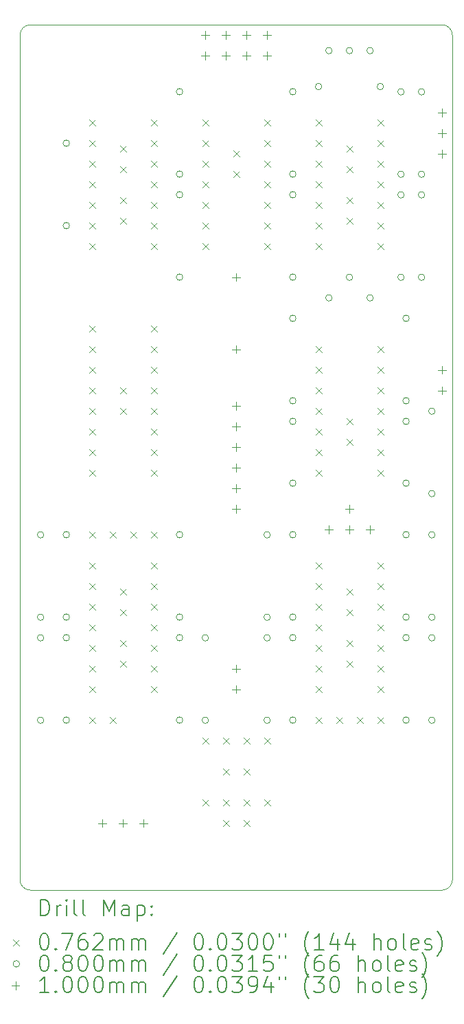
<source format=gbr>
%FSLAX45Y45*%
G04 Gerber Fmt 4.5, Leading zero omitted, Abs format (unit mm)*
G04 Created by KiCad (PCBNEW (6.0.0)) date 2022-08-08 23:08:56*
%MOMM*%
%LPD*%
G01*
G04 APERTURE LIST*
%TA.AperFunction,Profile*%
%ADD10C,0.100000*%
%TD*%
%ADD11C,0.200000*%
%ADD12C,0.076200*%
%ADD13C,0.080000*%
%ADD14C,0.100000*%
G04 APERTURE END LIST*
D10*
X127000Y0D02*
G75*
G03*
X0Y-127000I0J-127000D01*
G01*
X0Y-10541000D02*
G75*
G03*
X127000Y-10668000I127000J0D01*
G01*
X0Y-127000D02*
X0Y-10541000D01*
X5207000Y0D02*
X127000Y0D01*
X5334000Y-10541000D02*
X5334000Y-127000D01*
X127000Y-10668000D02*
X5207000Y-10668000D01*
X5207000Y-10668000D02*
G75*
G03*
X5334000Y-10541000I0J127000D01*
G01*
X5334000Y-127000D02*
G75*
G03*
X5207000Y0I-127000J0D01*
G01*
D11*
D12*
X850900Y-1168400D02*
X927100Y-1244600D01*
X927100Y-1168400D02*
X850900Y-1244600D01*
X850900Y-1422400D02*
X927100Y-1498600D01*
X927100Y-1422400D02*
X850900Y-1498600D01*
X850900Y-1676400D02*
X927100Y-1752600D01*
X927100Y-1676400D02*
X850900Y-1752600D01*
X850900Y-1930400D02*
X927100Y-2006600D01*
X927100Y-1930400D02*
X850900Y-2006600D01*
X850900Y-2184400D02*
X927100Y-2260600D01*
X927100Y-2184400D02*
X850900Y-2260600D01*
X850900Y-2438400D02*
X927100Y-2514600D01*
X927100Y-2438400D02*
X850900Y-2514600D01*
X850900Y-2692400D02*
X927100Y-2768600D01*
X927100Y-2692400D02*
X850900Y-2768600D01*
X850900Y-3708400D02*
X927100Y-3784600D01*
X927100Y-3708400D02*
X850900Y-3784600D01*
X850900Y-3962400D02*
X927100Y-4038600D01*
X927100Y-3962400D02*
X850900Y-4038600D01*
X850900Y-4216400D02*
X927100Y-4292600D01*
X927100Y-4216400D02*
X850900Y-4292600D01*
X850900Y-4470400D02*
X927100Y-4546600D01*
X927100Y-4470400D02*
X850900Y-4546600D01*
X850900Y-4724400D02*
X927100Y-4800600D01*
X927100Y-4724400D02*
X850900Y-4800600D01*
X850900Y-4978400D02*
X927100Y-5054600D01*
X927100Y-4978400D02*
X850900Y-5054600D01*
X850900Y-5232400D02*
X927100Y-5308600D01*
X927100Y-5232400D02*
X850900Y-5308600D01*
X850900Y-5486400D02*
X927100Y-5562600D01*
X927100Y-5486400D02*
X850900Y-5562600D01*
X850900Y-6248400D02*
X927100Y-6324600D01*
X927100Y-6248400D02*
X850900Y-6324600D01*
X850900Y-6629400D02*
X927100Y-6705600D01*
X927100Y-6629400D02*
X850900Y-6705600D01*
X850900Y-6883400D02*
X927100Y-6959600D01*
X927100Y-6883400D02*
X850900Y-6959600D01*
X850900Y-7137400D02*
X927100Y-7213600D01*
X927100Y-7137400D02*
X850900Y-7213600D01*
X850900Y-7391400D02*
X927100Y-7467600D01*
X927100Y-7391400D02*
X850900Y-7467600D01*
X850900Y-7645400D02*
X927100Y-7721600D01*
X927100Y-7645400D02*
X850900Y-7721600D01*
X850900Y-7899400D02*
X927100Y-7975600D01*
X927100Y-7899400D02*
X850900Y-7975600D01*
X850900Y-8153400D02*
X927100Y-8229600D01*
X927100Y-8153400D02*
X850900Y-8229600D01*
X850900Y-8534400D02*
X927100Y-8610600D01*
X927100Y-8534400D02*
X850900Y-8610600D01*
X1104900Y-6248400D02*
X1181100Y-6324600D01*
X1181100Y-6248400D02*
X1104900Y-6324600D01*
X1104900Y-8534400D02*
X1181100Y-8610600D01*
X1181100Y-8534400D02*
X1104900Y-8610600D01*
X1231900Y-1485900D02*
X1308100Y-1562100D01*
X1308100Y-1485900D02*
X1231900Y-1562100D01*
X1231900Y-1739900D02*
X1308100Y-1816100D01*
X1308100Y-1739900D02*
X1231900Y-1816100D01*
X1231900Y-2120900D02*
X1308100Y-2197100D01*
X1308100Y-2120900D02*
X1231900Y-2197100D01*
X1231900Y-2374900D02*
X1308100Y-2451100D01*
X1308100Y-2374900D02*
X1231900Y-2451100D01*
X1231900Y-4470400D02*
X1308100Y-4546600D01*
X1308100Y-4470400D02*
X1231900Y-4546600D01*
X1231900Y-4724400D02*
X1308100Y-4800600D01*
X1308100Y-4724400D02*
X1231900Y-4800600D01*
X1231900Y-6946900D02*
X1308100Y-7023100D01*
X1308100Y-6946900D02*
X1231900Y-7023100D01*
X1231900Y-7200900D02*
X1308100Y-7277100D01*
X1308100Y-7200900D02*
X1231900Y-7277100D01*
X1231900Y-7581900D02*
X1308100Y-7658100D01*
X1308100Y-7581900D02*
X1231900Y-7658100D01*
X1231900Y-7835900D02*
X1308100Y-7912100D01*
X1308100Y-7835900D02*
X1231900Y-7912100D01*
X1358900Y-6248400D02*
X1435100Y-6324600D01*
X1435100Y-6248400D02*
X1358900Y-6324600D01*
X1612900Y-1168400D02*
X1689100Y-1244600D01*
X1689100Y-1168400D02*
X1612900Y-1244600D01*
X1612900Y-1422400D02*
X1689100Y-1498600D01*
X1689100Y-1422400D02*
X1612900Y-1498600D01*
X1612900Y-1676400D02*
X1689100Y-1752600D01*
X1689100Y-1676400D02*
X1612900Y-1752600D01*
X1612900Y-1930400D02*
X1689100Y-2006600D01*
X1689100Y-1930400D02*
X1612900Y-2006600D01*
X1612900Y-2184400D02*
X1689100Y-2260600D01*
X1689100Y-2184400D02*
X1612900Y-2260600D01*
X1612900Y-2438400D02*
X1689100Y-2514600D01*
X1689100Y-2438400D02*
X1612900Y-2514600D01*
X1612900Y-2692400D02*
X1689100Y-2768600D01*
X1689100Y-2692400D02*
X1612900Y-2768600D01*
X1612900Y-3708400D02*
X1689100Y-3784600D01*
X1689100Y-3708400D02*
X1612900Y-3784600D01*
X1612900Y-3962400D02*
X1689100Y-4038600D01*
X1689100Y-3962400D02*
X1612900Y-4038600D01*
X1612900Y-4216400D02*
X1689100Y-4292600D01*
X1689100Y-4216400D02*
X1612900Y-4292600D01*
X1612900Y-4470400D02*
X1689100Y-4546600D01*
X1689100Y-4470400D02*
X1612900Y-4546600D01*
X1612900Y-4724400D02*
X1689100Y-4800600D01*
X1689100Y-4724400D02*
X1612900Y-4800600D01*
X1612900Y-4978400D02*
X1689100Y-5054600D01*
X1689100Y-4978400D02*
X1612900Y-5054600D01*
X1612900Y-5232400D02*
X1689100Y-5308600D01*
X1689100Y-5232400D02*
X1612900Y-5308600D01*
X1612900Y-5486400D02*
X1689100Y-5562600D01*
X1689100Y-5486400D02*
X1612900Y-5562600D01*
X1612900Y-6248400D02*
X1689100Y-6324600D01*
X1689100Y-6248400D02*
X1612900Y-6324600D01*
X1612900Y-6629400D02*
X1689100Y-6705600D01*
X1689100Y-6629400D02*
X1612900Y-6705600D01*
X1612900Y-6883400D02*
X1689100Y-6959600D01*
X1689100Y-6883400D02*
X1612900Y-6959600D01*
X1612900Y-7137400D02*
X1689100Y-7213600D01*
X1689100Y-7137400D02*
X1612900Y-7213600D01*
X1612900Y-7391400D02*
X1689100Y-7467600D01*
X1689100Y-7391400D02*
X1612900Y-7467600D01*
X1612900Y-7645400D02*
X1689100Y-7721600D01*
X1689100Y-7645400D02*
X1612900Y-7721600D01*
X1612900Y-7899400D02*
X1689100Y-7975600D01*
X1689100Y-7899400D02*
X1612900Y-7975600D01*
X1612900Y-8153400D02*
X1689100Y-8229600D01*
X1689100Y-8153400D02*
X1612900Y-8229600D01*
X2247900Y-1168400D02*
X2324100Y-1244600D01*
X2324100Y-1168400D02*
X2247900Y-1244600D01*
X2247900Y-1422400D02*
X2324100Y-1498600D01*
X2324100Y-1422400D02*
X2247900Y-1498600D01*
X2247900Y-1676400D02*
X2324100Y-1752600D01*
X2324100Y-1676400D02*
X2247900Y-1752600D01*
X2247900Y-1930400D02*
X2324100Y-2006600D01*
X2324100Y-1930400D02*
X2247900Y-2006600D01*
X2247900Y-2184400D02*
X2324100Y-2260600D01*
X2324100Y-2184400D02*
X2247900Y-2260600D01*
X2247900Y-2438400D02*
X2324100Y-2514600D01*
X2324100Y-2438400D02*
X2247900Y-2514600D01*
X2247900Y-2692400D02*
X2324100Y-2768600D01*
X2324100Y-2692400D02*
X2247900Y-2768600D01*
X2247900Y-8788400D02*
X2324100Y-8864600D01*
X2324100Y-8788400D02*
X2247900Y-8864600D01*
X2247900Y-9550400D02*
X2324100Y-9626600D01*
X2324100Y-9550400D02*
X2247900Y-9626600D01*
X2501900Y-8788400D02*
X2578100Y-8864600D01*
X2578100Y-8788400D02*
X2501900Y-8864600D01*
X2501900Y-9169400D02*
X2578100Y-9245600D01*
X2578100Y-9169400D02*
X2501900Y-9245600D01*
X2501900Y-9550400D02*
X2578100Y-9626600D01*
X2578100Y-9550400D02*
X2501900Y-9626600D01*
X2501900Y-9804400D02*
X2578100Y-9880600D01*
X2578100Y-9804400D02*
X2501900Y-9880600D01*
X2628900Y-1549400D02*
X2705100Y-1625600D01*
X2705100Y-1549400D02*
X2628900Y-1625600D01*
X2628900Y-1803400D02*
X2705100Y-1879600D01*
X2705100Y-1803400D02*
X2628900Y-1879600D01*
X2755900Y-8788400D02*
X2832100Y-8864600D01*
X2832100Y-8788400D02*
X2755900Y-8864600D01*
X2755900Y-9169400D02*
X2832100Y-9245600D01*
X2832100Y-9169400D02*
X2755900Y-9245600D01*
X2755900Y-9550400D02*
X2832100Y-9626600D01*
X2832100Y-9550400D02*
X2755900Y-9626600D01*
X2755900Y-9804400D02*
X2832100Y-9880600D01*
X2832100Y-9804400D02*
X2755900Y-9880600D01*
X3009900Y-1168400D02*
X3086100Y-1244600D01*
X3086100Y-1168400D02*
X3009900Y-1244600D01*
X3009900Y-1422400D02*
X3086100Y-1498600D01*
X3086100Y-1422400D02*
X3009900Y-1498600D01*
X3009900Y-1676400D02*
X3086100Y-1752600D01*
X3086100Y-1676400D02*
X3009900Y-1752600D01*
X3009900Y-1930400D02*
X3086100Y-2006600D01*
X3086100Y-1930400D02*
X3009900Y-2006600D01*
X3009900Y-2184400D02*
X3086100Y-2260600D01*
X3086100Y-2184400D02*
X3009900Y-2260600D01*
X3009900Y-2438400D02*
X3086100Y-2514600D01*
X3086100Y-2438400D02*
X3009900Y-2514600D01*
X3009900Y-2692400D02*
X3086100Y-2768600D01*
X3086100Y-2692400D02*
X3009900Y-2768600D01*
X3009900Y-8788400D02*
X3086100Y-8864600D01*
X3086100Y-8788400D02*
X3009900Y-8864600D01*
X3009900Y-9550400D02*
X3086100Y-9626600D01*
X3086100Y-9550400D02*
X3009900Y-9626600D01*
X3644900Y-1168400D02*
X3721100Y-1244600D01*
X3721100Y-1168400D02*
X3644900Y-1244600D01*
X3644900Y-1422400D02*
X3721100Y-1498600D01*
X3721100Y-1422400D02*
X3644900Y-1498600D01*
X3644900Y-1676400D02*
X3721100Y-1752600D01*
X3721100Y-1676400D02*
X3644900Y-1752600D01*
X3644900Y-1930400D02*
X3721100Y-2006600D01*
X3721100Y-1930400D02*
X3644900Y-2006600D01*
X3644900Y-2184400D02*
X3721100Y-2260600D01*
X3721100Y-2184400D02*
X3644900Y-2260600D01*
X3644900Y-2438400D02*
X3721100Y-2514600D01*
X3721100Y-2438400D02*
X3644900Y-2514600D01*
X3644900Y-2692400D02*
X3721100Y-2768600D01*
X3721100Y-2692400D02*
X3644900Y-2768600D01*
X3644900Y-3962400D02*
X3721100Y-4038600D01*
X3721100Y-3962400D02*
X3644900Y-4038600D01*
X3644900Y-4216400D02*
X3721100Y-4292600D01*
X3721100Y-4216400D02*
X3644900Y-4292600D01*
X3644900Y-4470400D02*
X3721100Y-4546600D01*
X3721100Y-4470400D02*
X3644900Y-4546600D01*
X3644900Y-4724400D02*
X3721100Y-4800600D01*
X3721100Y-4724400D02*
X3644900Y-4800600D01*
X3644900Y-4978400D02*
X3721100Y-5054600D01*
X3721100Y-4978400D02*
X3644900Y-5054600D01*
X3644900Y-5232400D02*
X3721100Y-5308600D01*
X3721100Y-5232400D02*
X3644900Y-5308600D01*
X3644900Y-5486400D02*
X3721100Y-5562600D01*
X3721100Y-5486400D02*
X3644900Y-5562600D01*
X3644900Y-6629400D02*
X3721100Y-6705600D01*
X3721100Y-6629400D02*
X3644900Y-6705600D01*
X3644900Y-6883400D02*
X3721100Y-6959600D01*
X3721100Y-6883400D02*
X3644900Y-6959600D01*
X3644900Y-7137400D02*
X3721100Y-7213600D01*
X3721100Y-7137400D02*
X3644900Y-7213600D01*
X3644900Y-7391400D02*
X3721100Y-7467600D01*
X3721100Y-7391400D02*
X3644900Y-7467600D01*
X3644900Y-7645400D02*
X3721100Y-7721600D01*
X3721100Y-7645400D02*
X3644900Y-7721600D01*
X3644900Y-7899400D02*
X3721100Y-7975600D01*
X3721100Y-7899400D02*
X3644900Y-7975600D01*
X3644900Y-8153400D02*
X3721100Y-8229600D01*
X3721100Y-8153400D02*
X3644900Y-8229600D01*
X3644900Y-8534400D02*
X3721100Y-8610600D01*
X3721100Y-8534400D02*
X3644900Y-8610600D01*
X3898900Y-8534400D02*
X3975100Y-8610600D01*
X3975100Y-8534400D02*
X3898900Y-8610600D01*
X4025900Y-1485900D02*
X4102100Y-1562100D01*
X4102100Y-1485900D02*
X4025900Y-1562100D01*
X4025900Y-1739900D02*
X4102100Y-1816100D01*
X4102100Y-1739900D02*
X4025900Y-1816100D01*
X4025900Y-2120900D02*
X4102100Y-2197100D01*
X4102100Y-2120900D02*
X4025900Y-2197100D01*
X4025900Y-2374900D02*
X4102100Y-2451100D01*
X4102100Y-2374900D02*
X4025900Y-2451100D01*
X4025900Y-4851400D02*
X4102100Y-4927600D01*
X4102100Y-4851400D02*
X4025900Y-4927600D01*
X4025900Y-5105400D02*
X4102100Y-5181600D01*
X4102100Y-5105400D02*
X4025900Y-5181600D01*
X4025900Y-6946900D02*
X4102100Y-7023100D01*
X4102100Y-6946900D02*
X4025900Y-7023100D01*
X4025900Y-7200900D02*
X4102100Y-7277100D01*
X4102100Y-7200900D02*
X4025900Y-7277100D01*
X4025900Y-7581900D02*
X4102100Y-7658100D01*
X4102100Y-7581900D02*
X4025900Y-7658100D01*
X4025900Y-7835900D02*
X4102100Y-7912100D01*
X4102100Y-7835900D02*
X4025900Y-7912100D01*
X4152900Y-8534400D02*
X4229100Y-8610600D01*
X4229100Y-8534400D02*
X4152900Y-8610600D01*
X4406900Y-1168400D02*
X4483100Y-1244600D01*
X4483100Y-1168400D02*
X4406900Y-1244600D01*
X4406900Y-1422400D02*
X4483100Y-1498600D01*
X4483100Y-1422400D02*
X4406900Y-1498600D01*
X4406900Y-1676400D02*
X4483100Y-1752600D01*
X4483100Y-1676400D02*
X4406900Y-1752600D01*
X4406900Y-1930400D02*
X4483100Y-2006600D01*
X4483100Y-1930400D02*
X4406900Y-2006600D01*
X4406900Y-2184400D02*
X4483100Y-2260600D01*
X4483100Y-2184400D02*
X4406900Y-2260600D01*
X4406900Y-2438400D02*
X4483100Y-2514600D01*
X4483100Y-2438400D02*
X4406900Y-2514600D01*
X4406900Y-2692400D02*
X4483100Y-2768600D01*
X4483100Y-2692400D02*
X4406900Y-2768600D01*
X4406900Y-3962400D02*
X4483100Y-4038600D01*
X4483100Y-3962400D02*
X4406900Y-4038600D01*
X4406900Y-4216400D02*
X4483100Y-4292600D01*
X4483100Y-4216400D02*
X4406900Y-4292600D01*
X4406900Y-4470400D02*
X4483100Y-4546600D01*
X4483100Y-4470400D02*
X4406900Y-4546600D01*
X4406900Y-4724400D02*
X4483100Y-4800600D01*
X4483100Y-4724400D02*
X4406900Y-4800600D01*
X4406900Y-4978400D02*
X4483100Y-5054600D01*
X4483100Y-4978400D02*
X4406900Y-5054600D01*
X4406900Y-5232400D02*
X4483100Y-5308600D01*
X4483100Y-5232400D02*
X4406900Y-5308600D01*
X4406900Y-5486400D02*
X4483100Y-5562600D01*
X4483100Y-5486400D02*
X4406900Y-5562600D01*
X4406900Y-6629400D02*
X4483100Y-6705600D01*
X4483100Y-6629400D02*
X4406900Y-6705600D01*
X4406900Y-6883400D02*
X4483100Y-6959600D01*
X4483100Y-6883400D02*
X4406900Y-6959600D01*
X4406900Y-7137400D02*
X4483100Y-7213600D01*
X4483100Y-7137400D02*
X4406900Y-7213600D01*
X4406900Y-7391400D02*
X4483100Y-7467600D01*
X4483100Y-7391400D02*
X4406900Y-7467600D01*
X4406900Y-7645400D02*
X4483100Y-7721600D01*
X4483100Y-7645400D02*
X4406900Y-7721600D01*
X4406900Y-7899400D02*
X4483100Y-7975600D01*
X4483100Y-7899400D02*
X4406900Y-7975600D01*
X4406900Y-8153400D02*
X4483100Y-8229600D01*
X4483100Y-8153400D02*
X4406900Y-8229600D01*
X4406900Y-8534400D02*
X4483100Y-8610600D01*
X4483100Y-8534400D02*
X4406900Y-8610600D01*
D13*
X294000Y-6286500D02*
G75*
G03*
X294000Y-6286500I-40000J0D01*
G01*
X294000Y-7302500D02*
G75*
G03*
X294000Y-7302500I-40000J0D01*
G01*
X294000Y-7556500D02*
G75*
G03*
X294000Y-7556500I-40000J0D01*
G01*
X294000Y-8572500D02*
G75*
G03*
X294000Y-8572500I-40000J0D01*
G01*
X611500Y-1460500D02*
G75*
G03*
X611500Y-1460500I-40000J0D01*
G01*
X611500Y-2476500D02*
G75*
G03*
X611500Y-2476500I-40000J0D01*
G01*
X611500Y-6286500D02*
G75*
G03*
X611500Y-6286500I-40000J0D01*
G01*
X611500Y-7302500D02*
G75*
G03*
X611500Y-7302500I-40000J0D01*
G01*
X611500Y-7556500D02*
G75*
G03*
X611500Y-7556500I-40000J0D01*
G01*
X611500Y-8572500D02*
G75*
G03*
X611500Y-8572500I-40000J0D01*
G01*
X2008500Y-825500D02*
G75*
G03*
X2008500Y-825500I-40000J0D01*
G01*
X2008500Y-1841500D02*
G75*
G03*
X2008500Y-1841500I-40000J0D01*
G01*
X2008500Y-2095500D02*
G75*
G03*
X2008500Y-2095500I-40000J0D01*
G01*
X2008500Y-3111500D02*
G75*
G03*
X2008500Y-3111500I-40000J0D01*
G01*
X2008500Y-6286500D02*
G75*
G03*
X2008500Y-6286500I-40000J0D01*
G01*
X2008500Y-7302500D02*
G75*
G03*
X2008500Y-7302500I-40000J0D01*
G01*
X2008500Y-7556500D02*
G75*
G03*
X2008500Y-7556500I-40000J0D01*
G01*
X2008500Y-8572500D02*
G75*
G03*
X2008500Y-8572500I-40000J0D01*
G01*
X2326000Y-7556500D02*
G75*
G03*
X2326000Y-7556500I-40000J0D01*
G01*
X2326000Y-8572500D02*
G75*
G03*
X2326000Y-8572500I-40000J0D01*
G01*
X3088000Y-6286500D02*
G75*
G03*
X3088000Y-6286500I-40000J0D01*
G01*
X3088000Y-7302500D02*
G75*
G03*
X3088000Y-7302500I-40000J0D01*
G01*
X3088000Y-7556500D02*
G75*
G03*
X3088000Y-7556500I-40000J0D01*
G01*
X3088000Y-8572500D02*
G75*
G03*
X3088000Y-8572500I-40000J0D01*
G01*
X3405500Y-825500D02*
G75*
G03*
X3405500Y-825500I-40000J0D01*
G01*
X3405500Y-1841500D02*
G75*
G03*
X3405500Y-1841500I-40000J0D01*
G01*
X3405500Y-2095500D02*
G75*
G03*
X3405500Y-2095500I-40000J0D01*
G01*
X3405500Y-3111500D02*
G75*
G03*
X3405500Y-3111500I-40000J0D01*
G01*
X3405500Y-3619500D02*
G75*
G03*
X3405500Y-3619500I-40000J0D01*
G01*
X3405500Y-4635500D02*
G75*
G03*
X3405500Y-4635500I-40000J0D01*
G01*
X3405500Y-4889500D02*
G75*
G03*
X3405500Y-4889500I-40000J0D01*
G01*
X3405500Y-5651500D02*
G75*
G03*
X3405500Y-5651500I-40000J0D01*
G01*
X3405500Y-6286500D02*
G75*
G03*
X3405500Y-6286500I-40000J0D01*
G01*
X3405500Y-7302500D02*
G75*
G03*
X3405500Y-7302500I-40000J0D01*
G01*
X3405500Y-7556500D02*
G75*
G03*
X3405500Y-7556500I-40000J0D01*
G01*
X3405500Y-8572500D02*
G75*
G03*
X3405500Y-8572500I-40000J0D01*
G01*
X3723000Y-762000D02*
G75*
G03*
X3723000Y-762000I-40000J0D01*
G01*
X3850000Y-317500D02*
G75*
G03*
X3850000Y-317500I-40000J0D01*
G01*
X3850000Y-3365500D02*
G75*
G03*
X3850000Y-3365500I-40000J0D01*
G01*
X4104000Y-317500D02*
G75*
G03*
X4104000Y-317500I-40000J0D01*
G01*
X4104000Y-3111500D02*
G75*
G03*
X4104000Y-3111500I-40000J0D01*
G01*
X4358000Y-317500D02*
G75*
G03*
X4358000Y-317500I-40000J0D01*
G01*
X4358000Y-3365500D02*
G75*
G03*
X4358000Y-3365500I-40000J0D01*
G01*
X4485000Y-762000D02*
G75*
G03*
X4485000Y-762000I-40000J0D01*
G01*
X4739000Y-825500D02*
G75*
G03*
X4739000Y-825500I-40000J0D01*
G01*
X4739000Y-1841500D02*
G75*
G03*
X4739000Y-1841500I-40000J0D01*
G01*
X4739000Y-2095500D02*
G75*
G03*
X4739000Y-2095500I-40000J0D01*
G01*
X4739000Y-3111500D02*
G75*
G03*
X4739000Y-3111500I-40000J0D01*
G01*
X4802500Y-3619500D02*
G75*
G03*
X4802500Y-3619500I-40000J0D01*
G01*
X4802500Y-4635500D02*
G75*
G03*
X4802500Y-4635500I-40000J0D01*
G01*
X4802500Y-4889500D02*
G75*
G03*
X4802500Y-4889500I-40000J0D01*
G01*
X4802500Y-5651500D02*
G75*
G03*
X4802500Y-5651500I-40000J0D01*
G01*
X4802500Y-6286500D02*
G75*
G03*
X4802500Y-6286500I-40000J0D01*
G01*
X4802500Y-7302500D02*
G75*
G03*
X4802500Y-7302500I-40000J0D01*
G01*
X4802500Y-7556500D02*
G75*
G03*
X4802500Y-7556500I-40000J0D01*
G01*
X4802500Y-8572500D02*
G75*
G03*
X4802500Y-8572500I-40000J0D01*
G01*
X4993000Y-825500D02*
G75*
G03*
X4993000Y-825500I-40000J0D01*
G01*
X4993000Y-1841500D02*
G75*
G03*
X4993000Y-1841500I-40000J0D01*
G01*
X4993000Y-2095500D02*
G75*
G03*
X4993000Y-2095500I-40000J0D01*
G01*
X4993000Y-3111500D02*
G75*
G03*
X4993000Y-3111500I-40000J0D01*
G01*
X5120000Y-4762500D02*
G75*
G03*
X5120000Y-4762500I-40000J0D01*
G01*
X5120000Y-5778500D02*
G75*
G03*
X5120000Y-5778500I-40000J0D01*
G01*
X5120000Y-6286500D02*
G75*
G03*
X5120000Y-6286500I-40000J0D01*
G01*
X5120000Y-7302500D02*
G75*
G03*
X5120000Y-7302500I-40000J0D01*
G01*
X5120000Y-7556500D02*
G75*
G03*
X5120000Y-7556500I-40000J0D01*
G01*
X5120000Y-8572500D02*
G75*
G03*
X5120000Y-8572500I-40000J0D01*
G01*
D14*
X1016000Y-9792500D02*
X1016000Y-9892500D01*
X966000Y-9842500D02*
X1066000Y-9842500D01*
X1270000Y-9792500D02*
X1270000Y-9892500D01*
X1220000Y-9842500D02*
X1320000Y-9842500D01*
X1524000Y-9792500D02*
X1524000Y-9892500D01*
X1474000Y-9842500D02*
X1574000Y-9842500D01*
X2286000Y-77000D02*
X2286000Y-177000D01*
X2236000Y-127000D02*
X2336000Y-127000D01*
X2286000Y-331000D02*
X2286000Y-431000D01*
X2236000Y-381000D02*
X2336000Y-381000D01*
X2540000Y-77000D02*
X2540000Y-177000D01*
X2490000Y-127000D02*
X2590000Y-127000D01*
X2540000Y-331000D02*
X2540000Y-431000D01*
X2490000Y-381000D02*
X2590000Y-381000D01*
X2667000Y-3061500D02*
X2667000Y-3161500D01*
X2617000Y-3111500D02*
X2717000Y-3111500D01*
X2667000Y-3950500D02*
X2667000Y-4050500D01*
X2617000Y-4000500D02*
X2717000Y-4000500D01*
X2667000Y-4649000D02*
X2667000Y-4749000D01*
X2617000Y-4699000D02*
X2717000Y-4699000D01*
X2667000Y-4903000D02*
X2667000Y-5003000D01*
X2617000Y-4953000D02*
X2717000Y-4953000D01*
X2667000Y-5157000D02*
X2667000Y-5257000D01*
X2617000Y-5207000D02*
X2717000Y-5207000D01*
X2667000Y-5411000D02*
X2667000Y-5511000D01*
X2617000Y-5461000D02*
X2717000Y-5461000D01*
X2667000Y-5665000D02*
X2667000Y-5765000D01*
X2617000Y-5715000D02*
X2717000Y-5715000D01*
X2667000Y-5919000D02*
X2667000Y-6019000D01*
X2617000Y-5969000D02*
X2717000Y-5969000D01*
X2667000Y-7887500D02*
X2667000Y-7987500D01*
X2617000Y-7937500D02*
X2717000Y-7937500D01*
X2667000Y-8141500D02*
X2667000Y-8241500D01*
X2617000Y-8191500D02*
X2717000Y-8191500D01*
X2794000Y-77000D02*
X2794000Y-177000D01*
X2744000Y-127000D02*
X2844000Y-127000D01*
X2794000Y-331000D02*
X2794000Y-431000D01*
X2744000Y-381000D02*
X2844000Y-381000D01*
X3048000Y-77000D02*
X3048000Y-177000D01*
X2998000Y-127000D02*
X3098000Y-127000D01*
X3048000Y-331000D02*
X3048000Y-431000D01*
X2998000Y-381000D02*
X3098000Y-381000D01*
X3810000Y-6173000D02*
X3810000Y-6273000D01*
X3760000Y-6223000D02*
X3860000Y-6223000D01*
X4064000Y-5919000D02*
X4064000Y-6019000D01*
X4014000Y-5969000D02*
X4114000Y-5969000D01*
X4064000Y-6173000D02*
X4064000Y-6273000D01*
X4014000Y-6223000D02*
X4114000Y-6223000D01*
X4318000Y-6173000D02*
X4318000Y-6273000D01*
X4268000Y-6223000D02*
X4368000Y-6223000D01*
X5207000Y-1031000D02*
X5207000Y-1131000D01*
X5157000Y-1081000D02*
X5257000Y-1081000D01*
X5207000Y-1285000D02*
X5207000Y-1385000D01*
X5157000Y-1335000D02*
X5257000Y-1335000D01*
X5207000Y-1539000D02*
X5207000Y-1639000D01*
X5157000Y-1589000D02*
X5257000Y-1589000D01*
X5207000Y-4204500D02*
X5207000Y-4304500D01*
X5157000Y-4254500D02*
X5257000Y-4254500D01*
X5207000Y-4458500D02*
X5207000Y-4558500D01*
X5157000Y-4508500D02*
X5257000Y-4508500D01*
D11*
X252619Y-10983476D02*
X252619Y-10783476D01*
X300238Y-10783476D01*
X328810Y-10793000D01*
X347857Y-10812048D01*
X357381Y-10831095D01*
X366905Y-10869190D01*
X366905Y-10897762D01*
X357381Y-10935857D01*
X347857Y-10954905D01*
X328810Y-10973952D01*
X300238Y-10983476D01*
X252619Y-10983476D01*
X452619Y-10983476D02*
X452619Y-10850143D01*
X452619Y-10888238D02*
X462143Y-10869190D01*
X471667Y-10859667D01*
X490714Y-10850143D01*
X509762Y-10850143D01*
X576429Y-10983476D02*
X576429Y-10850143D01*
X576429Y-10783476D02*
X566905Y-10793000D01*
X576429Y-10802524D01*
X585952Y-10793000D01*
X576429Y-10783476D01*
X576429Y-10802524D01*
X700238Y-10983476D02*
X681190Y-10973952D01*
X671667Y-10954905D01*
X671667Y-10783476D01*
X805000Y-10983476D02*
X785952Y-10973952D01*
X776428Y-10954905D01*
X776428Y-10783476D01*
X1033571Y-10983476D02*
X1033571Y-10783476D01*
X1100238Y-10926333D01*
X1166905Y-10783476D01*
X1166905Y-10983476D01*
X1347857Y-10983476D02*
X1347857Y-10878714D01*
X1338333Y-10859667D01*
X1319286Y-10850143D01*
X1281190Y-10850143D01*
X1262143Y-10859667D01*
X1347857Y-10973952D02*
X1328810Y-10983476D01*
X1281190Y-10983476D01*
X1262143Y-10973952D01*
X1252619Y-10954905D01*
X1252619Y-10935857D01*
X1262143Y-10916810D01*
X1281190Y-10907286D01*
X1328810Y-10907286D01*
X1347857Y-10897762D01*
X1443095Y-10850143D02*
X1443095Y-11050143D01*
X1443095Y-10859667D02*
X1462143Y-10850143D01*
X1500238Y-10850143D01*
X1519286Y-10859667D01*
X1528809Y-10869190D01*
X1538333Y-10888238D01*
X1538333Y-10945381D01*
X1528809Y-10964429D01*
X1519286Y-10973952D01*
X1500238Y-10983476D01*
X1462143Y-10983476D01*
X1443095Y-10973952D01*
X1624048Y-10964429D02*
X1633571Y-10973952D01*
X1624048Y-10983476D01*
X1614524Y-10973952D01*
X1624048Y-10964429D01*
X1624048Y-10983476D01*
X1624048Y-10859667D02*
X1633571Y-10869190D01*
X1624048Y-10878714D01*
X1614524Y-10869190D01*
X1624048Y-10859667D01*
X1624048Y-10878714D01*
D12*
X-81200Y-11274900D02*
X-5000Y-11351100D01*
X-5000Y-11274900D02*
X-81200Y-11351100D01*
D11*
X290714Y-11203476D02*
X309762Y-11203476D01*
X328810Y-11213000D01*
X338333Y-11222524D01*
X347857Y-11241571D01*
X357381Y-11279667D01*
X357381Y-11327286D01*
X347857Y-11365381D01*
X338333Y-11384428D01*
X328810Y-11393952D01*
X309762Y-11403476D01*
X290714Y-11403476D01*
X271667Y-11393952D01*
X262143Y-11384428D01*
X252619Y-11365381D01*
X243095Y-11327286D01*
X243095Y-11279667D01*
X252619Y-11241571D01*
X262143Y-11222524D01*
X271667Y-11213000D01*
X290714Y-11203476D01*
X443095Y-11384428D02*
X452619Y-11393952D01*
X443095Y-11403476D01*
X433571Y-11393952D01*
X443095Y-11384428D01*
X443095Y-11403476D01*
X519286Y-11203476D02*
X652619Y-11203476D01*
X566905Y-11403476D01*
X814524Y-11203476D02*
X776428Y-11203476D01*
X757381Y-11213000D01*
X747857Y-11222524D01*
X728809Y-11251095D01*
X719286Y-11289190D01*
X719286Y-11365381D01*
X728809Y-11384428D01*
X738333Y-11393952D01*
X757381Y-11403476D01*
X795476Y-11403476D01*
X814524Y-11393952D01*
X824048Y-11384428D01*
X833571Y-11365381D01*
X833571Y-11317762D01*
X824048Y-11298714D01*
X814524Y-11289190D01*
X795476Y-11279667D01*
X757381Y-11279667D01*
X738333Y-11289190D01*
X728809Y-11298714D01*
X719286Y-11317762D01*
X909762Y-11222524D02*
X919286Y-11213000D01*
X938333Y-11203476D01*
X985952Y-11203476D01*
X1005000Y-11213000D01*
X1014524Y-11222524D01*
X1024048Y-11241571D01*
X1024048Y-11260619D01*
X1014524Y-11289190D01*
X900238Y-11403476D01*
X1024048Y-11403476D01*
X1109762Y-11403476D02*
X1109762Y-11270143D01*
X1109762Y-11289190D02*
X1119286Y-11279667D01*
X1138333Y-11270143D01*
X1166905Y-11270143D01*
X1185952Y-11279667D01*
X1195476Y-11298714D01*
X1195476Y-11403476D01*
X1195476Y-11298714D02*
X1205000Y-11279667D01*
X1224048Y-11270143D01*
X1252619Y-11270143D01*
X1271667Y-11279667D01*
X1281190Y-11298714D01*
X1281190Y-11403476D01*
X1376429Y-11403476D02*
X1376429Y-11270143D01*
X1376429Y-11289190D02*
X1385952Y-11279667D01*
X1405000Y-11270143D01*
X1433571Y-11270143D01*
X1452619Y-11279667D01*
X1462143Y-11298714D01*
X1462143Y-11403476D01*
X1462143Y-11298714D02*
X1471667Y-11279667D01*
X1490714Y-11270143D01*
X1519286Y-11270143D01*
X1538333Y-11279667D01*
X1547857Y-11298714D01*
X1547857Y-11403476D01*
X1938333Y-11193952D02*
X1766905Y-11451095D01*
X2195476Y-11203476D02*
X2214524Y-11203476D01*
X2233571Y-11213000D01*
X2243095Y-11222524D01*
X2252619Y-11241571D01*
X2262143Y-11279667D01*
X2262143Y-11327286D01*
X2252619Y-11365381D01*
X2243095Y-11384428D01*
X2233571Y-11393952D01*
X2214524Y-11403476D01*
X2195476Y-11403476D01*
X2176429Y-11393952D01*
X2166905Y-11384428D01*
X2157381Y-11365381D01*
X2147857Y-11327286D01*
X2147857Y-11279667D01*
X2157381Y-11241571D01*
X2166905Y-11222524D01*
X2176429Y-11213000D01*
X2195476Y-11203476D01*
X2347857Y-11384428D02*
X2357381Y-11393952D01*
X2347857Y-11403476D01*
X2338333Y-11393952D01*
X2347857Y-11384428D01*
X2347857Y-11403476D01*
X2481190Y-11203476D02*
X2500238Y-11203476D01*
X2519286Y-11213000D01*
X2528810Y-11222524D01*
X2538333Y-11241571D01*
X2547857Y-11279667D01*
X2547857Y-11327286D01*
X2538333Y-11365381D01*
X2528810Y-11384428D01*
X2519286Y-11393952D01*
X2500238Y-11403476D01*
X2481190Y-11403476D01*
X2462143Y-11393952D01*
X2452619Y-11384428D01*
X2443095Y-11365381D01*
X2433571Y-11327286D01*
X2433571Y-11279667D01*
X2443095Y-11241571D01*
X2452619Y-11222524D01*
X2462143Y-11213000D01*
X2481190Y-11203476D01*
X2614524Y-11203476D02*
X2738333Y-11203476D01*
X2671667Y-11279667D01*
X2700238Y-11279667D01*
X2719286Y-11289190D01*
X2728810Y-11298714D01*
X2738333Y-11317762D01*
X2738333Y-11365381D01*
X2728810Y-11384428D01*
X2719286Y-11393952D01*
X2700238Y-11403476D01*
X2643095Y-11403476D01*
X2624048Y-11393952D01*
X2614524Y-11384428D01*
X2862143Y-11203476D02*
X2881190Y-11203476D01*
X2900238Y-11213000D01*
X2909762Y-11222524D01*
X2919286Y-11241571D01*
X2928809Y-11279667D01*
X2928809Y-11327286D01*
X2919286Y-11365381D01*
X2909762Y-11384428D01*
X2900238Y-11393952D01*
X2881190Y-11403476D01*
X2862143Y-11403476D01*
X2843095Y-11393952D01*
X2833571Y-11384428D01*
X2824048Y-11365381D01*
X2814524Y-11327286D01*
X2814524Y-11279667D01*
X2824048Y-11241571D01*
X2833571Y-11222524D01*
X2843095Y-11213000D01*
X2862143Y-11203476D01*
X3052619Y-11203476D02*
X3071667Y-11203476D01*
X3090714Y-11213000D01*
X3100238Y-11222524D01*
X3109762Y-11241571D01*
X3119286Y-11279667D01*
X3119286Y-11327286D01*
X3109762Y-11365381D01*
X3100238Y-11384428D01*
X3090714Y-11393952D01*
X3071667Y-11403476D01*
X3052619Y-11403476D01*
X3033571Y-11393952D01*
X3024048Y-11384428D01*
X3014524Y-11365381D01*
X3005000Y-11327286D01*
X3005000Y-11279667D01*
X3014524Y-11241571D01*
X3024048Y-11222524D01*
X3033571Y-11213000D01*
X3052619Y-11203476D01*
X3195476Y-11203476D02*
X3195476Y-11241571D01*
X3271667Y-11203476D02*
X3271667Y-11241571D01*
X3566905Y-11479667D02*
X3557381Y-11470143D01*
X3538333Y-11441571D01*
X3528809Y-11422524D01*
X3519286Y-11393952D01*
X3509762Y-11346333D01*
X3509762Y-11308238D01*
X3519286Y-11260619D01*
X3528809Y-11232048D01*
X3538333Y-11213000D01*
X3557381Y-11184429D01*
X3566905Y-11174905D01*
X3747857Y-11403476D02*
X3633571Y-11403476D01*
X3690714Y-11403476D02*
X3690714Y-11203476D01*
X3671667Y-11232048D01*
X3652619Y-11251095D01*
X3633571Y-11260619D01*
X3919286Y-11270143D02*
X3919286Y-11403476D01*
X3871667Y-11193952D02*
X3824048Y-11336809D01*
X3947857Y-11336809D01*
X4109762Y-11270143D02*
X4109762Y-11403476D01*
X4062143Y-11193952D02*
X4014524Y-11336809D01*
X4138333Y-11336809D01*
X4366905Y-11403476D02*
X4366905Y-11203476D01*
X4452619Y-11403476D02*
X4452619Y-11298714D01*
X4443095Y-11279667D01*
X4424048Y-11270143D01*
X4395476Y-11270143D01*
X4376429Y-11279667D01*
X4366905Y-11289190D01*
X4576429Y-11403476D02*
X4557381Y-11393952D01*
X4547857Y-11384428D01*
X4538333Y-11365381D01*
X4538333Y-11308238D01*
X4547857Y-11289190D01*
X4557381Y-11279667D01*
X4576429Y-11270143D01*
X4605000Y-11270143D01*
X4624048Y-11279667D01*
X4633571Y-11289190D01*
X4643095Y-11308238D01*
X4643095Y-11365381D01*
X4633571Y-11384428D01*
X4624048Y-11393952D01*
X4605000Y-11403476D01*
X4576429Y-11403476D01*
X4757381Y-11403476D02*
X4738333Y-11393952D01*
X4728810Y-11374905D01*
X4728810Y-11203476D01*
X4909762Y-11393952D02*
X4890714Y-11403476D01*
X4852619Y-11403476D01*
X4833571Y-11393952D01*
X4824048Y-11374905D01*
X4824048Y-11298714D01*
X4833571Y-11279667D01*
X4852619Y-11270143D01*
X4890714Y-11270143D01*
X4909762Y-11279667D01*
X4919286Y-11298714D01*
X4919286Y-11317762D01*
X4824048Y-11336809D01*
X4995476Y-11393952D02*
X5014524Y-11403476D01*
X5052619Y-11403476D01*
X5071667Y-11393952D01*
X5081190Y-11374905D01*
X5081190Y-11365381D01*
X5071667Y-11346333D01*
X5052619Y-11336809D01*
X5024048Y-11336809D01*
X5005000Y-11327286D01*
X4995476Y-11308238D01*
X4995476Y-11298714D01*
X5005000Y-11279667D01*
X5024048Y-11270143D01*
X5052619Y-11270143D01*
X5071667Y-11279667D01*
X5147857Y-11479667D02*
X5157381Y-11470143D01*
X5176429Y-11441571D01*
X5185952Y-11422524D01*
X5195476Y-11393952D01*
X5205000Y-11346333D01*
X5205000Y-11308238D01*
X5195476Y-11260619D01*
X5185952Y-11232048D01*
X5176429Y-11213000D01*
X5157381Y-11184429D01*
X5147857Y-11174905D01*
D13*
X-5000Y-11577000D02*
G75*
G03*
X-5000Y-11577000I-40000J0D01*
G01*
D11*
X290714Y-11467476D02*
X309762Y-11467476D01*
X328810Y-11477000D01*
X338333Y-11486524D01*
X347857Y-11505571D01*
X357381Y-11543667D01*
X357381Y-11591286D01*
X347857Y-11629381D01*
X338333Y-11648428D01*
X328810Y-11657952D01*
X309762Y-11667476D01*
X290714Y-11667476D01*
X271667Y-11657952D01*
X262143Y-11648428D01*
X252619Y-11629381D01*
X243095Y-11591286D01*
X243095Y-11543667D01*
X252619Y-11505571D01*
X262143Y-11486524D01*
X271667Y-11477000D01*
X290714Y-11467476D01*
X443095Y-11648428D02*
X452619Y-11657952D01*
X443095Y-11667476D01*
X433571Y-11657952D01*
X443095Y-11648428D01*
X443095Y-11667476D01*
X566905Y-11553190D02*
X547857Y-11543667D01*
X538333Y-11534143D01*
X528810Y-11515095D01*
X528810Y-11505571D01*
X538333Y-11486524D01*
X547857Y-11477000D01*
X566905Y-11467476D01*
X605000Y-11467476D01*
X624048Y-11477000D01*
X633571Y-11486524D01*
X643095Y-11505571D01*
X643095Y-11515095D01*
X633571Y-11534143D01*
X624048Y-11543667D01*
X605000Y-11553190D01*
X566905Y-11553190D01*
X547857Y-11562714D01*
X538333Y-11572238D01*
X528810Y-11591286D01*
X528810Y-11629381D01*
X538333Y-11648428D01*
X547857Y-11657952D01*
X566905Y-11667476D01*
X605000Y-11667476D01*
X624048Y-11657952D01*
X633571Y-11648428D01*
X643095Y-11629381D01*
X643095Y-11591286D01*
X633571Y-11572238D01*
X624048Y-11562714D01*
X605000Y-11553190D01*
X766905Y-11467476D02*
X785952Y-11467476D01*
X805000Y-11477000D01*
X814524Y-11486524D01*
X824048Y-11505571D01*
X833571Y-11543667D01*
X833571Y-11591286D01*
X824048Y-11629381D01*
X814524Y-11648428D01*
X805000Y-11657952D01*
X785952Y-11667476D01*
X766905Y-11667476D01*
X747857Y-11657952D01*
X738333Y-11648428D01*
X728809Y-11629381D01*
X719286Y-11591286D01*
X719286Y-11543667D01*
X728809Y-11505571D01*
X738333Y-11486524D01*
X747857Y-11477000D01*
X766905Y-11467476D01*
X957381Y-11467476D02*
X976428Y-11467476D01*
X995476Y-11477000D01*
X1005000Y-11486524D01*
X1014524Y-11505571D01*
X1024048Y-11543667D01*
X1024048Y-11591286D01*
X1014524Y-11629381D01*
X1005000Y-11648428D01*
X995476Y-11657952D01*
X976428Y-11667476D01*
X957381Y-11667476D01*
X938333Y-11657952D01*
X928809Y-11648428D01*
X919286Y-11629381D01*
X909762Y-11591286D01*
X909762Y-11543667D01*
X919286Y-11505571D01*
X928809Y-11486524D01*
X938333Y-11477000D01*
X957381Y-11467476D01*
X1109762Y-11667476D02*
X1109762Y-11534143D01*
X1109762Y-11553190D02*
X1119286Y-11543667D01*
X1138333Y-11534143D01*
X1166905Y-11534143D01*
X1185952Y-11543667D01*
X1195476Y-11562714D01*
X1195476Y-11667476D01*
X1195476Y-11562714D02*
X1205000Y-11543667D01*
X1224048Y-11534143D01*
X1252619Y-11534143D01*
X1271667Y-11543667D01*
X1281190Y-11562714D01*
X1281190Y-11667476D01*
X1376429Y-11667476D02*
X1376429Y-11534143D01*
X1376429Y-11553190D02*
X1385952Y-11543667D01*
X1405000Y-11534143D01*
X1433571Y-11534143D01*
X1452619Y-11543667D01*
X1462143Y-11562714D01*
X1462143Y-11667476D01*
X1462143Y-11562714D02*
X1471667Y-11543667D01*
X1490714Y-11534143D01*
X1519286Y-11534143D01*
X1538333Y-11543667D01*
X1547857Y-11562714D01*
X1547857Y-11667476D01*
X1938333Y-11457952D02*
X1766905Y-11715095D01*
X2195476Y-11467476D02*
X2214524Y-11467476D01*
X2233571Y-11477000D01*
X2243095Y-11486524D01*
X2252619Y-11505571D01*
X2262143Y-11543667D01*
X2262143Y-11591286D01*
X2252619Y-11629381D01*
X2243095Y-11648428D01*
X2233571Y-11657952D01*
X2214524Y-11667476D01*
X2195476Y-11667476D01*
X2176429Y-11657952D01*
X2166905Y-11648428D01*
X2157381Y-11629381D01*
X2147857Y-11591286D01*
X2147857Y-11543667D01*
X2157381Y-11505571D01*
X2166905Y-11486524D01*
X2176429Y-11477000D01*
X2195476Y-11467476D01*
X2347857Y-11648428D02*
X2357381Y-11657952D01*
X2347857Y-11667476D01*
X2338333Y-11657952D01*
X2347857Y-11648428D01*
X2347857Y-11667476D01*
X2481190Y-11467476D02*
X2500238Y-11467476D01*
X2519286Y-11477000D01*
X2528810Y-11486524D01*
X2538333Y-11505571D01*
X2547857Y-11543667D01*
X2547857Y-11591286D01*
X2538333Y-11629381D01*
X2528810Y-11648428D01*
X2519286Y-11657952D01*
X2500238Y-11667476D01*
X2481190Y-11667476D01*
X2462143Y-11657952D01*
X2452619Y-11648428D01*
X2443095Y-11629381D01*
X2433571Y-11591286D01*
X2433571Y-11543667D01*
X2443095Y-11505571D01*
X2452619Y-11486524D01*
X2462143Y-11477000D01*
X2481190Y-11467476D01*
X2614524Y-11467476D02*
X2738333Y-11467476D01*
X2671667Y-11543667D01*
X2700238Y-11543667D01*
X2719286Y-11553190D01*
X2728810Y-11562714D01*
X2738333Y-11581762D01*
X2738333Y-11629381D01*
X2728810Y-11648428D01*
X2719286Y-11657952D01*
X2700238Y-11667476D01*
X2643095Y-11667476D01*
X2624048Y-11657952D01*
X2614524Y-11648428D01*
X2928809Y-11667476D02*
X2814524Y-11667476D01*
X2871667Y-11667476D02*
X2871667Y-11467476D01*
X2852619Y-11496048D01*
X2833571Y-11515095D01*
X2814524Y-11524619D01*
X3109762Y-11467476D02*
X3014524Y-11467476D01*
X3005000Y-11562714D01*
X3014524Y-11553190D01*
X3033571Y-11543667D01*
X3081190Y-11543667D01*
X3100238Y-11553190D01*
X3109762Y-11562714D01*
X3119286Y-11581762D01*
X3119286Y-11629381D01*
X3109762Y-11648428D01*
X3100238Y-11657952D01*
X3081190Y-11667476D01*
X3033571Y-11667476D01*
X3014524Y-11657952D01*
X3005000Y-11648428D01*
X3195476Y-11467476D02*
X3195476Y-11505571D01*
X3271667Y-11467476D02*
X3271667Y-11505571D01*
X3566905Y-11743667D02*
X3557381Y-11734143D01*
X3538333Y-11705571D01*
X3528809Y-11686524D01*
X3519286Y-11657952D01*
X3509762Y-11610333D01*
X3509762Y-11572238D01*
X3519286Y-11524619D01*
X3528809Y-11496048D01*
X3538333Y-11477000D01*
X3557381Y-11448428D01*
X3566905Y-11438905D01*
X3728809Y-11467476D02*
X3690714Y-11467476D01*
X3671667Y-11477000D01*
X3662143Y-11486524D01*
X3643095Y-11515095D01*
X3633571Y-11553190D01*
X3633571Y-11629381D01*
X3643095Y-11648428D01*
X3652619Y-11657952D01*
X3671667Y-11667476D01*
X3709762Y-11667476D01*
X3728809Y-11657952D01*
X3738333Y-11648428D01*
X3747857Y-11629381D01*
X3747857Y-11581762D01*
X3738333Y-11562714D01*
X3728809Y-11553190D01*
X3709762Y-11543667D01*
X3671667Y-11543667D01*
X3652619Y-11553190D01*
X3643095Y-11562714D01*
X3633571Y-11581762D01*
X3919286Y-11467476D02*
X3881190Y-11467476D01*
X3862143Y-11477000D01*
X3852619Y-11486524D01*
X3833571Y-11515095D01*
X3824048Y-11553190D01*
X3824048Y-11629381D01*
X3833571Y-11648428D01*
X3843095Y-11657952D01*
X3862143Y-11667476D01*
X3900238Y-11667476D01*
X3919286Y-11657952D01*
X3928809Y-11648428D01*
X3938333Y-11629381D01*
X3938333Y-11581762D01*
X3928809Y-11562714D01*
X3919286Y-11553190D01*
X3900238Y-11543667D01*
X3862143Y-11543667D01*
X3843095Y-11553190D01*
X3833571Y-11562714D01*
X3824048Y-11581762D01*
X4176428Y-11667476D02*
X4176428Y-11467476D01*
X4262143Y-11667476D02*
X4262143Y-11562714D01*
X4252619Y-11543667D01*
X4233571Y-11534143D01*
X4205000Y-11534143D01*
X4185952Y-11543667D01*
X4176428Y-11553190D01*
X4385952Y-11667476D02*
X4366905Y-11657952D01*
X4357381Y-11648428D01*
X4347857Y-11629381D01*
X4347857Y-11572238D01*
X4357381Y-11553190D01*
X4366905Y-11543667D01*
X4385952Y-11534143D01*
X4414524Y-11534143D01*
X4433571Y-11543667D01*
X4443095Y-11553190D01*
X4452619Y-11572238D01*
X4452619Y-11629381D01*
X4443095Y-11648428D01*
X4433571Y-11657952D01*
X4414524Y-11667476D01*
X4385952Y-11667476D01*
X4566905Y-11667476D02*
X4547857Y-11657952D01*
X4538333Y-11638905D01*
X4538333Y-11467476D01*
X4719286Y-11657952D02*
X4700238Y-11667476D01*
X4662143Y-11667476D01*
X4643095Y-11657952D01*
X4633571Y-11638905D01*
X4633571Y-11562714D01*
X4643095Y-11543667D01*
X4662143Y-11534143D01*
X4700238Y-11534143D01*
X4719286Y-11543667D01*
X4728810Y-11562714D01*
X4728810Y-11581762D01*
X4633571Y-11600809D01*
X4805000Y-11657952D02*
X4824048Y-11667476D01*
X4862143Y-11667476D01*
X4881190Y-11657952D01*
X4890714Y-11638905D01*
X4890714Y-11629381D01*
X4881190Y-11610333D01*
X4862143Y-11600809D01*
X4833571Y-11600809D01*
X4814524Y-11591286D01*
X4805000Y-11572238D01*
X4805000Y-11562714D01*
X4814524Y-11543667D01*
X4833571Y-11534143D01*
X4862143Y-11534143D01*
X4881190Y-11543667D01*
X4957381Y-11743667D02*
X4966905Y-11734143D01*
X4985952Y-11705571D01*
X4995476Y-11686524D01*
X5005000Y-11657952D01*
X5014524Y-11610333D01*
X5014524Y-11572238D01*
X5005000Y-11524619D01*
X4995476Y-11496048D01*
X4985952Y-11477000D01*
X4966905Y-11448428D01*
X4957381Y-11438905D01*
D14*
X-55000Y-11791000D02*
X-55000Y-11891000D01*
X-105000Y-11841000D02*
X-5000Y-11841000D01*
D11*
X357381Y-11931476D02*
X243095Y-11931476D01*
X300238Y-11931476D02*
X300238Y-11731476D01*
X281190Y-11760048D01*
X262143Y-11779095D01*
X243095Y-11788619D01*
X443095Y-11912428D02*
X452619Y-11921952D01*
X443095Y-11931476D01*
X433571Y-11921952D01*
X443095Y-11912428D01*
X443095Y-11931476D01*
X576429Y-11731476D02*
X595476Y-11731476D01*
X614524Y-11741000D01*
X624048Y-11750524D01*
X633571Y-11769571D01*
X643095Y-11807667D01*
X643095Y-11855286D01*
X633571Y-11893381D01*
X624048Y-11912428D01*
X614524Y-11921952D01*
X595476Y-11931476D01*
X576429Y-11931476D01*
X557381Y-11921952D01*
X547857Y-11912428D01*
X538333Y-11893381D01*
X528810Y-11855286D01*
X528810Y-11807667D01*
X538333Y-11769571D01*
X547857Y-11750524D01*
X557381Y-11741000D01*
X576429Y-11731476D01*
X766905Y-11731476D02*
X785952Y-11731476D01*
X805000Y-11741000D01*
X814524Y-11750524D01*
X824048Y-11769571D01*
X833571Y-11807667D01*
X833571Y-11855286D01*
X824048Y-11893381D01*
X814524Y-11912428D01*
X805000Y-11921952D01*
X785952Y-11931476D01*
X766905Y-11931476D01*
X747857Y-11921952D01*
X738333Y-11912428D01*
X728809Y-11893381D01*
X719286Y-11855286D01*
X719286Y-11807667D01*
X728809Y-11769571D01*
X738333Y-11750524D01*
X747857Y-11741000D01*
X766905Y-11731476D01*
X957381Y-11731476D02*
X976428Y-11731476D01*
X995476Y-11741000D01*
X1005000Y-11750524D01*
X1014524Y-11769571D01*
X1024048Y-11807667D01*
X1024048Y-11855286D01*
X1014524Y-11893381D01*
X1005000Y-11912428D01*
X995476Y-11921952D01*
X976428Y-11931476D01*
X957381Y-11931476D01*
X938333Y-11921952D01*
X928809Y-11912428D01*
X919286Y-11893381D01*
X909762Y-11855286D01*
X909762Y-11807667D01*
X919286Y-11769571D01*
X928809Y-11750524D01*
X938333Y-11741000D01*
X957381Y-11731476D01*
X1109762Y-11931476D02*
X1109762Y-11798143D01*
X1109762Y-11817190D02*
X1119286Y-11807667D01*
X1138333Y-11798143D01*
X1166905Y-11798143D01*
X1185952Y-11807667D01*
X1195476Y-11826714D01*
X1195476Y-11931476D01*
X1195476Y-11826714D02*
X1205000Y-11807667D01*
X1224048Y-11798143D01*
X1252619Y-11798143D01*
X1271667Y-11807667D01*
X1281190Y-11826714D01*
X1281190Y-11931476D01*
X1376429Y-11931476D02*
X1376429Y-11798143D01*
X1376429Y-11817190D02*
X1385952Y-11807667D01*
X1405000Y-11798143D01*
X1433571Y-11798143D01*
X1452619Y-11807667D01*
X1462143Y-11826714D01*
X1462143Y-11931476D01*
X1462143Y-11826714D02*
X1471667Y-11807667D01*
X1490714Y-11798143D01*
X1519286Y-11798143D01*
X1538333Y-11807667D01*
X1547857Y-11826714D01*
X1547857Y-11931476D01*
X1938333Y-11721952D02*
X1766905Y-11979095D01*
X2195476Y-11731476D02*
X2214524Y-11731476D01*
X2233571Y-11741000D01*
X2243095Y-11750524D01*
X2252619Y-11769571D01*
X2262143Y-11807667D01*
X2262143Y-11855286D01*
X2252619Y-11893381D01*
X2243095Y-11912428D01*
X2233571Y-11921952D01*
X2214524Y-11931476D01*
X2195476Y-11931476D01*
X2176429Y-11921952D01*
X2166905Y-11912428D01*
X2157381Y-11893381D01*
X2147857Y-11855286D01*
X2147857Y-11807667D01*
X2157381Y-11769571D01*
X2166905Y-11750524D01*
X2176429Y-11741000D01*
X2195476Y-11731476D01*
X2347857Y-11912428D02*
X2357381Y-11921952D01*
X2347857Y-11931476D01*
X2338333Y-11921952D01*
X2347857Y-11912428D01*
X2347857Y-11931476D01*
X2481190Y-11731476D02*
X2500238Y-11731476D01*
X2519286Y-11741000D01*
X2528810Y-11750524D01*
X2538333Y-11769571D01*
X2547857Y-11807667D01*
X2547857Y-11855286D01*
X2538333Y-11893381D01*
X2528810Y-11912428D01*
X2519286Y-11921952D01*
X2500238Y-11931476D01*
X2481190Y-11931476D01*
X2462143Y-11921952D01*
X2452619Y-11912428D01*
X2443095Y-11893381D01*
X2433571Y-11855286D01*
X2433571Y-11807667D01*
X2443095Y-11769571D01*
X2452619Y-11750524D01*
X2462143Y-11741000D01*
X2481190Y-11731476D01*
X2614524Y-11731476D02*
X2738333Y-11731476D01*
X2671667Y-11807667D01*
X2700238Y-11807667D01*
X2719286Y-11817190D01*
X2728810Y-11826714D01*
X2738333Y-11845762D01*
X2738333Y-11893381D01*
X2728810Y-11912428D01*
X2719286Y-11921952D01*
X2700238Y-11931476D01*
X2643095Y-11931476D01*
X2624048Y-11921952D01*
X2614524Y-11912428D01*
X2833571Y-11931476D02*
X2871667Y-11931476D01*
X2890714Y-11921952D01*
X2900238Y-11912428D01*
X2919286Y-11883857D01*
X2928809Y-11845762D01*
X2928809Y-11769571D01*
X2919286Y-11750524D01*
X2909762Y-11741000D01*
X2890714Y-11731476D01*
X2852619Y-11731476D01*
X2833571Y-11741000D01*
X2824048Y-11750524D01*
X2814524Y-11769571D01*
X2814524Y-11817190D01*
X2824048Y-11836238D01*
X2833571Y-11845762D01*
X2852619Y-11855286D01*
X2890714Y-11855286D01*
X2909762Y-11845762D01*
X2919286Y-11836238D01*
X2928809Y-11817190D01*
X3100238Y-11798143D02*
X3100238Y-11931476D01*
X3052619Y-11721952D02*
X3005000Y-11864809D01*
X3128809Y-11864809D01*
X3195476Y-11731476D02*
X3195476Y-11769571D01*
X3271667Y-11731476D02*
X3271667Y-11769571D01*
X3566905Y-12007667D02*
X3557381Y-11998143D01*
X3538333Y-11969571D01*
X3528809Y-11950524D01*
X3519286Y-11921952D01*
X3509762Y-11874333D01*
X3509762Y-11836238D01*
X3519286Y-11788619D01*
X3528809Y-11760048D01*
X3538333Y-11741000D01*
X3557381Y-11712428D01*
X3566905Y-11702905D01*
X3624048Y-11731476D02*
X3747857Y-11731476D01*
X3681190Y-11807667D01*
X3709762Y-11807667D01*
X3728809Y-11817190D01*
X3738333Y-11826714D01*
X3747857Y-11845762D01*
X3747857Y-11893381D01*
X3738333Y-11912428D01*
X3728809Y-11921952D01*
X3709762Y-11931476D01*
X3652619Y-11931476D01*
X3633571Y-11921952D01*
X3624048Y-11912428D01*
X3871667Y-11731476D02*
X3890714Y-11731476D01*
X3909762Y-11741000D01*
X3919286Y-11750524D01*
X3928809Y-11769571D01*
X3938333Y-11807667D01*
X3938333Y-11855286D01*
X3928809Y-11893381D01*
X3919286Y-11912428D01*
X3909762Y-11921952D01*
X3890714Y-11931476D01*
X3871667Y-11931476D01*
X3852619Y-11921952D01*
X3843095Y-11912428D01*
X3833571Y-11893381D01*
X3824048Y-11855286D01*
X3824048Y-11807667D01*
X3833571Y-11769571D01*
X3843095Y-11750524D01*
X3852619Y-11741000D01*
X3871667Y-11731476D01*
X4176428Y-11931476D02*
X4176428Y-11731476D01*
X4262143Y-11931476D02*
X4262143Y-11826714D01*
X4252619Y-11807667D01*
X4233571Y-11798143D01*
X4205000Y-11798143D01*
X4185952Y-11807667D01*
X4176428Y-11817190D01*
X4385952Y-11931476D02*
X4366905Y-11921952D01*
X4357381Y-11912428D01*
X4347857Y-11893381D01*
X4347857Y-11836238D01*
X4357381Y-11817190D01*
X4366905Y-11807667D01*
X4385952Y-11798143D01*
X4414524Y-11798143D01*
X4433571Y-11807667D01*
X4443095Y-11817190D01*
X4452619Y-11836238D01*
X4452619Y-11893381D01*
X4443095Y-11912428D01*
X4433571Y-11921952D01*
X4414524Y-11931476D01*
X4385952Y-11931476D01*
X4566905Y-11931476D02*
X4547857Y-11921952D01*
X4538333Y-11902905D01*
X4538333Y-11731476D01*
X4719286Y-11921952D02*
X4700238Y-11931476D01*
X4662143Y-11931476D01*
X4643095Y-11921952D01*
X4633571Y-11902905D01*
X4633571Y-11826714D01*
X4643095Y-11807667D01*
X4662143Y-11798143D01*
X4700238Y-11798143D01*
X4719286Y-11807667D01*
X4728810Y-11826714D01*
X4728810Y-11845762D01*
X4633571Y-11864809D01*
X4805000Y-11921952D02*
X4824048Y-11931476D01*
X4862143Y-11931476D01*
X4881190Y-11921952D01*
X4890714Y-11902905D01*
X4890714Y-11893381D01*
X4881190Y-11874333D01*
X4862143Y-11864809D01*
X4833571Y-11864809D01*
X4814524Y-11855286D01*
X4805000Y-11836238D01*
X4805000Y-11826714D01*
X4814524Y-11807667D01*
X4833571Y-11798143D01*
X4862143Y-11798143D01*
X4881190Y-11807667D01*
X4957381Y-12007667D02*
X4966905Y-11998143D01*
X4985952Y-11969571D01*
X4995476Y-11950524D01*
X5005000Y-11921952D01*
X5014524Y-11874333D01*
X5014524Y-11836238D01*
X5005000Y-11788619D01*
X4995476Y-11760048D01*
X4985952Y-11741000D01*
X4966905Y-11712428D01*
X4957381Y-11702905D01*
M02*

</source>
